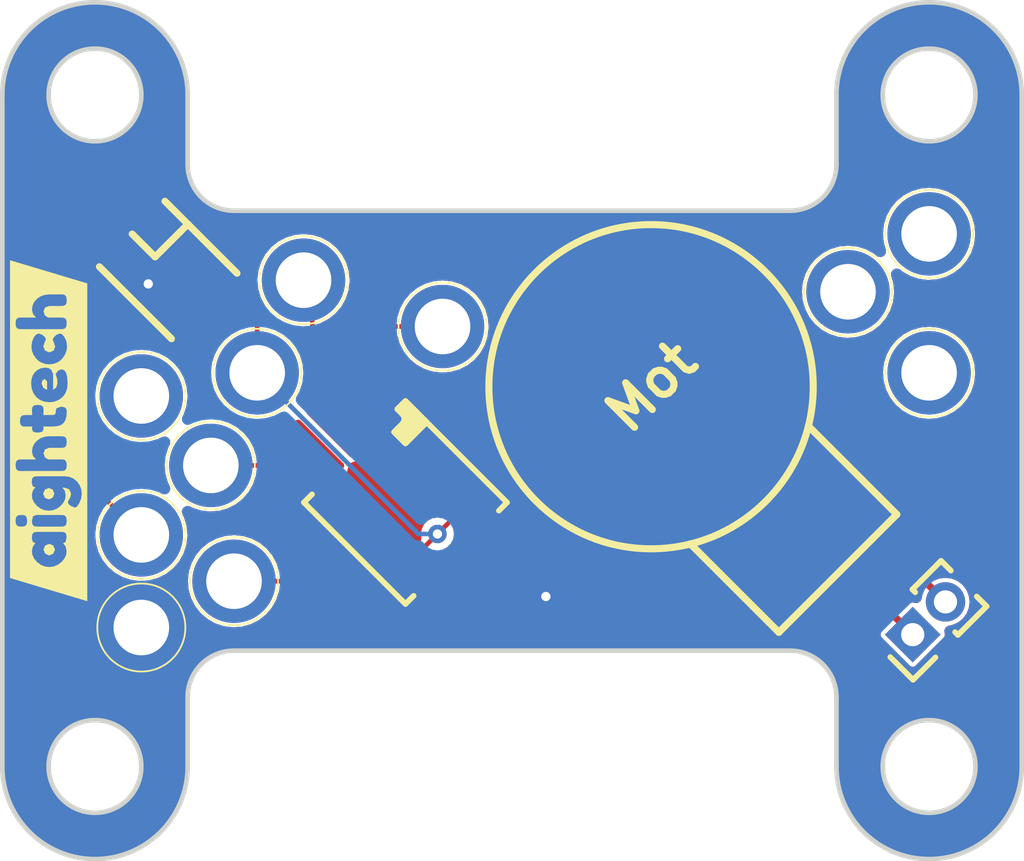
<source format=kicad_pcb>
(kicad_pcb (version 20211014) (generator pcbnew)
  (layers (0 "F.Cu" signal "Front") (31 "B.Cu" signal "Back") (34 "B.Paste" user) (35 "F.Paste" user) (36 "B.SilkS" user "B.Silkscreen") (37 "F.SilkS" user "F.Silkscreen") (38 "B.Mask" user) (39 "F.Mask" user) (44 "Edge.Cuts" user))
  (net 0 "")
  (net 1 "GND")
  (net 2 "OUT2")
  (net 3 "RESETB")
  (net 4 "+3.3V")
  (net 5 "OUT3")
  (net 6 "OUT1")
  (net 7 "I2C_SCL")
  (net 8 "I2C_SDA")
  (net 9 "AUX2")
  (net 10 "AUX1")
  (net 11 "+5VA")
  (net 12 "MOT-")
  (net 13 "MOT+")
  (net 14 "/reg")
  (footprint "00_Custom:WS2812-2020" (layer "F.Cu") (at 143.58 92.28 135)
    (fp_text reference "U2" hide)
    (fp_text value "WS2812-2020" hide)
    (fp_line (start -1.1 -1) (end 1.1 -1) (layer "F.SilkS") (width 0.15))
    (fp_line (start 0.4 0) (end 1.1 0) (layer "F.SilkS") (width 0.15))
    (fp_line (start 0.4 1) (end 0.4 0) (layer "F.SilkS") (width 0.15))
    (fp_line (start -1.1 1) (end 1.1 1) (layer "F.SilkS") (width 0.15))
    (pad "1" smd rect (at 0.915 0.55 135) (size 0.7 0.7) (layers "F.Cu" "F.Paste" "F.Mask"))
    (pad "2" smd rect (at 0.915 -0.55 135) (size 0.7 0.7) (layers "F.Cu" "F.Paste" "F.Mask") (net 1 "GND"))
    (pad "3" smd rect (at -0.915 -0.55 135) (size 0.7 0.7) (layers "F.Cu" "F.Paste" "F.Mask") (net 2 "OUT2"))
    (pad "4" smd rect (at -0.915 0.55 135) (size 0.7 0.7) (layers "F.Cu" "F.Paste" "F.Mask") (net 4 "+3.3V"))
  )
  (footprint "00_Custom:Pin_D1.2mm_pogo" (layer "F.Cu") (at 146.5 92.5)
    (fp_text reference "J32" hide)
    (fp_text value "Conn_01x01_Female" hide)
    (pad "1" thru_hole circle (at 0 0) (size 1.8 1.8) (drill 1.2) (layers *.Cu *.Mask) (net 8 "I2C_SDA"))
  )
  (footprint "00_Custom:Pin_D1.2mm_pogo" (layer "F.Cu") (at 144.5 96.5)
    (fp_text reference "J22" hide)
    (fp_text value "Conn_01x01_Female" hide)
    (pad "1" thru_hole circle (at 0 0) (size 1.8 1.8) (drill 1.2) (layers *.Cu *.Mask) (net 5 "OUT3"))
  )
  (footprint "00_Custom:Pin_D1.2mm_pogo" (layer "F.Cu") (at 160 91.5)
    (fp_text reference "J43" hide)
    (fp_text value "Conn_01x01_Female" hide)
    (pad "1" thru_hole circle (at 0 0) (size 1.8 1.8) (drill 1.2) (layers *.Cu *.Mask) (net 11 "+5VA"))
  )
  (footprint "00_Custom:Pin_D1.2mm_pogo" (layer "F.Cu") (at 145 99)
    (fp_text reference "J23" hide)
    (fp_text value "Conn_01x01_Female" hide)
    (pad "1" thru_hole circle (at 0 0) (size 1.8 1.8) (drill 1.2) (layers *.Cu *.Mask) (net 6 "OUT1"))
  )
  (footprint "Capacitor_SMD:C_0201_0603Metric" (layer "F.Cu") (at 149.7 95.4 -45)
    (fp_text reference "C1" hide)
    (fp_text value "1uF" hide)
    (pad "1" smd roundrect (at -0.32 0 315) (size 0.46 0.4) (layers "F.Cu" "F.Mask") (net 14 "/reg"))
    (pad "2" smd roundrect (at 0.32 0 315) (size 0.46 0.4) (layers "F.Cu" "F.Mask") (net 1 "GND"))
  )
  (footprint "00_Custom:Pin_D1.2mm_pogo" (layer "F.Cu") (at 149.5 93.5)
    (fp_text reference "J31" hide)
    (fp_text value "Conn_01x01_Female" hide)
    (pad "1" thru_hole circle (at 0 0) (size 1.8 1.8) (drill 1.2) (layers *.Cu *.Mask) (net 7 "I2C_SCL"))
  )
  (footprint "00_Custom:Pin_D1.2mm_pogo" (layer "F.Cu") (at 143 98)
    (fp_text reference "J12" hide)
    (fp_text value "Conn_01x01_Female" hide)
    (pad "1" thru_hole circle (at 0 0) (size 1.8 1.8) (drill 1.2) (layers *.Cu *.Mask) (net 2 "OUT2"))
  )
  (footprint "00_Custom:DRV2605L-VSSOP" (layer "F.Cu") (at 148.7 97.3 -45)
    (fp_text reference "U1" hide)
    (fp_text value "DRV2605L" hide)
    (fp_line (start 1.55 -1.3) (end 1.55 -1.55) (layer "F.SilkS") (width 0.12))
    (fp_line (start -1.55 1.55) (end 1.55 1.55) (layer "F.SilkS") (width 0.12))
    (fp_line (start -1.55 -1.55) (end 1.55 -1.55) (layer "F.SilkS") (width 0.12))
    (fp_line (start -1.55 -1.3) (end -1.55 -1.55) (layer "F.SilkS") (width 0.12))
    (fp_line (start 1.55 1.3) (end 1.55 1.55) (layer "F.SilkS") (width 0.12))
    (fp_line (start -1.55 1.55) (end -1.55 1.3) (layer "F.SilkS") (width 0.12))
    (fp_rect (start -1.55 -1.3) (end -0.9 -1.55) (layer "F.SilkS") (width 0.12) (fill solid))
    (fp_rect (start -1.25 -0.9) (end -0.9 -1.3) (layer "F.SilkS") (width 0.12) (fill solid))
    (fp_arc (start -1.4 -1.3) (mid -1.293934 -1.256066) (end -1.25 -1.15) (layer "F.SilkS") (width 0.12))
    (pad "1" smd roundrect (at -2.2 -1 315) (size 1.45 0.3) (layers "F.Cu" "F.Paste" "F.Mask") (net 14 "/reg"))
    (pad "2" smd roundrect (at -2.2 -0.5 315) (size 1.45 0.3) (layers "F.Cu" "F.Paste" "F.Mask") (net 7 "I2C_SCL"))
    (pad "3" smd roundrect (at -2.2 0 315) (size 1.45 0.3) (layers "F.Cu" "F.Paste" "F.Mask") (net 8 "I2C_SDA"))
    (pad "4" smd roundrect (at -2.2 0.5 315) (size 1.45 0.3) (layers "F.Cu" "F.Paste" "F.Mask") (net 6 "OUT1"))
    (pad "5" smd roundrect (at -2.2 1 315) (size 1.45 0.3) (layers "F.Cu" "F.Paste" "F.Mask") (net 5 "OUT3"))
    (pad "6" smd roundrect (at 2.2 1 315) (size 1.45 0.3) (layers "F.Cu" "F.Paste" "F.Mask") (net 4 "+3.3V"))
    (pad "7" smd roundrect (at 2.2 0.5 315) (size 1.45 0.3) (layers "F.Cu" "F.Paste" "F.Mask") (net 13 "MOT+"))
    (pad "8" smd roundrect (at 2.2 0 315) (size 1.45 0.3) (layers "F.Cu" "F.Paste" "F.Mask") (net 1 "GND"))
    (pad "9" smd roundrect (at 2.2 -0.5 315) (size 1.45 0.3) (layers "F.Cu" "F.Paste" "F.Mask") (net 12 "MOT-"))
    (pad "10" smd roundrect (at 2.2 -1 315) (size 1.45 0.3) (layers "F.Cu" "F.Paste" "F.Mask") (net 4 "+3.3V"))
  )
  (footprint "00_Custom:Pin_D1.2mm_pogo" (layer "F.Cu") (at 158.25 92.75)
    (fp_text reference "J42" hide)
    (fp_text value "Conn_01x01_Female" hide)
    (pad "1" thru_hole circle (at 0 0) (size 1.8 1.8) (drill 1.2) (layers *.Cu *.Mask) (net 10 "AUX1"))
  )
  (footprint "00_Custom:Pin_D1.2mm_pogo" (layer "F.Cu") (at 143 95)
    (fp_text reference "J13" hide)
    (fp_text value "Conn_01x01_Female" hide)
    (pad "1" thru_hole circle (at 0 0) (size 1.8 1.8) (drill 1.2) (layers *.Cu *.Mask) (net 3 "RESETB"))
  )
  (footprint "kibuzzard-63F61033" (layer "F.Cu") (at 141 95.75 90)
    (fp_text reference "kibuzzard-63F61033" hide)
    (fp_text value "G***" hide)
    (fp_poly (pts (xy -1.483042 0.003572) (xy -1.446609 0.087154) (xy -1.358027 0.124301) (xy -1.271587 0.086439) (xy -1.237297 0.003572) (xy -1.270159 -0.080724) (xy -1.358741 -0.120015) (xy -1.448752 -0.081439) (xy -1.483042 0.003572)) (layer "F.SilkS") (width 0) (fill solid))
    (fp_poly (pts (xy 1.060132 -0.03429) (xy 1.114425 -0.08001) (xy 1.089422 -0.132874) (xy 1.017984 -0.152876) (xy 0.92583 -0.115014) (xy 0.88011 -0.03429) (xy 1.060132 -0.03429)) (layer "F.SilkS") (width 0) (fill solid))
    (fp_poly (pts (xy -2.693194 0.014287) (xy -2.656046 0.099298) (xy -2.566035 0.13716) (xy -2.478167 0.098584) (xy -2.443162 0.013573) (xy -2.476738 -0.072866) (xy -2.566749 -0.112871) (xy -2.658189 -0.072866) (xy -2.693194 0.014287)) (layer "F.SilkS") (width 0) (fill solid))
    (fp_poly (pts (xy -2.943225 -0.833438) (xy -3.18135 -0.833438) (xy -3.681412 0.833438) (xy -3.18135 0.833438) (xy -2.943225 0.833438) (xy -2.296716 0.833438) (xy -2.296716 0.387191) (xy -2.401014 0.367903) (xy -2.431732 0.311467) (xy -2.502277 0.36826) (xy -2.608183 0.387191) (xy -2.68859 0.37465) (xy -2.765028 0.337026) (xy -2.837497 0.27432) (xy -2.896235 0.195024) (xy -2.931477 0.107632) (xy -2.943225 0.012144) (xy -2.931398 -0.083264) (xy -2.895917 -0.170418) (xy -2.836783 -0.249317) (xy -2.76352 -0.311626) (xy -2.685653 -0.349012) (xy -2.603182 -0.361474) (xy -2.5146 -0.344329) (xy -2.458879 -0.312182) (xy -2.433161 -0.282893) (xy -2.400657 -0.3429) (xy -2.32029 -0.362903) (xy -2.237422 -0.35433) (xy -2.199561 -0.324326) (xy -2.186702 -0.286464) (xy -2.184559 -0.237173) (xy -2.184559 0.26289) (xy -2.186702 0.312182) (xy -2.198846 0.350044) (xy -2.233315 0.377904) (xy -2.296716 0.387191) (xy -2.296716 0.833438) (xy -1.945957 0.833438) (xy -1.945957 0.390049) (xy -2.018467 0.380405) (xy -2.055971 0.351473) (xy -2.068116 0.314325) (xy -2.070259 0.264319) (xy -2.070259 -0.237173) (xy -2.068116 -0.286464) (xy -2.055971 -0.324326) (xy -2.018109 -0.352187) (xy -1.945243 -0.361384) (xy -1.945243 -0.464344) (xy -2.017395 -0.472916) (xy -2.055257 -0.50292) (xy -2.068116 -0.540782) (xy -2.070259 -0.590074) (xy -2.068116 -0.639366) (xy -2.055971 -0.675799) (xy -2.018109 -0.704731) (xy -1.944529 -0.714375) (xy -1.872377 -0.704731) (xy -1.835944 -0.675799) (xy -1.822371 -0.637937) (xy -1.820227 -0.588645) (xy -1.822371 -0.539353) (xy -1.835229 -0.502206) (xy -1.873091 -0.472916) (xy -1.945243 -0.464344) (xy -1.945243 -0.361384) (xy -1.944529 -0.361474) (xy -1.847374 -0.337185) (xy -1.821656 -0.275749) (xy -1.820227 -0.234315) (xy -1.820227 0.265747) (xy -1.822371 0.315039) (xy -1.835944 0.352901) (xy -1.872734 0.380762) (xy -1.945957 0.390049) (xy -1.945957 0.833438) (xy -1.355884 0.833438) (xy -1.355884 0.714375) (xy -1.461968 0.701159) (xy -1.563052 0.661511) (xy -1.63699 0.611148) (xy -1.661636 0.565785) (xy -1.618774 0.467201) (xy -1.576626 0.425768) (xy -1.541621 0.414338) (xy -1.500187 0.431483) (xy -1.42875 0.47113) (xy -1.351597 0.484346) (xy -1.263015 0.441484) (xy -1.228725 0.338614) (xy -1.228725 0.295751) (xy -1.299091 0.349329) (xy -1.401604 0.367189) (xy -1.478994 0.355044) (xy -1.553051 0.318611) (xy -1.623774 0.257889) (xy -1.681321 0.180975) (xy -1.715849 0.095964) (xy -1.727359 0.002857) (xy -1.71577 -0.090329) (xy -1.681004 -0.175578) (xy -1.62306 -0.252889) (xy -1.551305 -0.314008) (xy -1.475105 -0.350679) (xy -1.39446 -0.362903) (xy -1.305877 -0.345043) (xy -1.250871 -0.312182) (xy -1.227296 -0.284321) (xy -1.198007 -0.345043) (xy -1.117282 -0.36576) (xy -1.035844 -0.357188) (xy -0.999411 -0.327898) (xy -0.986552 -0.291465) (xy -0.984409 -0.242888) (xy -0.984409 0.348615) (xy -0.997109 0.451088) (xy -1.035209 0.539433) (xy -1.098709 0.613648) (xy -1.178084 0.669608) (xy -1.263809 0.703183) (xy -1.355884 0.714375) (xy -1.355884 0.833438) (xy -0.245745 0.833438) (xy -0.245745 0.390049) (xy -0.316468 0.380762) (xy -0.35433 0.352901) (xy -0.367903 0.314325) (xy -0.370046 0.26289) (xy -0.370046 0.012859) (xy -0.402907 -0.078581) (xy -0.486489 -0.111443) (xy -0.575786 -0.080724) (xy -0.620077 -0.01143) (xy -0.620077 0.265747) (xy -0.622221 0.315039) (xy -0.635794 0.352901) (xy -0.672584 0.380762) (xy -0.745807 0.390049) (xy -0.818317 0.380405) (xy -0.855821 0.351473) (xy -0.867966 0.314325) (xy -0.870109 0.264319) (xy -0.870109 -0.590074) (xy -0.867966 -0.639366) (xy -0.855821 -0.675799) (xy -0.817959 -0.704731) (xy -0.744379 -0.714375) (xy -0.672227 -0.704731) (xy -0.635794 -0.675799) (xy -0.622221 -0.637937) (xy -0.620077 -0.588645) (xy -0.620077 -0.272891) (xy -0.542568 -0.338257) (xy -0.452914 -0.360045) (xy -0.362982 -0.34798) (xy -0.283686 -0.311785) (xy -0.215027 -0.25146) (xy -0.162242 -0.173673) (xy -0.130572 -0.08509) (xy -0.120015 0.014287) (xy -0.120015 0.265747) (xy -0.122158 0.315039) (xy -0.135731 0.352901) (xy -0.172522 0.380762) (xy -0.245745 0.390049) (xy -0.245745 0.833438) (xy 0.392906 0.833438) (xy 0.392906 0.390049) (xy 0.301784 0.382587) (xy 0.226536 0.360204) (xy 0.167164 0.322897) (xy 0.124301 0.267811) (xy 0.098584 0.192088) (xy 0.090011 0.095726) (xy 0.090011 -0.115729) (xy 0.031433 -0.111443) (xy -0.020717 -0.135731) (xy -0.041434 -0.218599) (xy -0.03429 -0.303609) (xy -0.014287 -0.341471) (xy 0.042863 -0.360045) (xy 0.090011 -0.35433) (xy 0.090011 -0.501491) (xy 0.092154 -0.550069) (xy 0.105728 -0.584359) (xy 0.142518 -0.611148) (xy 0.215741 -0.620078) (xy 0.293251 -0.606862) (xy 0.33147 -0.567214) (xy 0.338614 -0.494348) (xy 0.338614 -0.35433) (xy 0.433626 -0.360045) (xy 0.482203 -0.357902) (xy 0.520065 -0.344329) (xy 0.547926 -0.307538) (xy 0.557213 -0.234315) (xy 0.547568 -0.161806) (xy 0.518636 -0.124301) (xy 0.480774 -0.112157) (xy 0.431483 -0.110014) (xy 0.338614 -0.115729) (xy 0.338614 0.081439) (xy 0.350758 0.13716) (xy 0.396478 0.154305) (xy 0.447913 0.156448) (xy 0.485775 0.170021) (xy 0.518636 0.265747) (xy 0.508635 0.338257) (xy 0.478631 0.375761) (xy 0.440769 0.387906) (xy 0.392906 0.390049) (xy 0.392906 0.833438) (xy 1.020127 0.833438) (xy 1.020127 0.408623) (xy 0.920294 0.399514) (xy 0.832247 0.372189) (xy 0.759202 0.329863) (xy 0.704374 0.275749) (xy 0.654368 0.19558) (xy 0.624364 0.109379) (xy 0.614363 0.017145) (xy 0.627301 -0.094853) (xy 0.666115 -0.190818) (xy 0.730806 -0.270748) (xy 0.814864 -0.330676) (xy 0.911781 -0.366633) (xy 1.021556 -0.378619) (xy 1.114246 -0.369868) (xy 1.193721 -0.343614) (xy 1.259979 -0.299859) (xy 1.313021 -0.238601) (xy 1.349454 -0.160913) (xy 1.361599 -0.076438) (xy 1.350705 0) (xy 1.318022 0.053578) (xy 1.221581 0.095726) (xy 0.882967 0.095726) (xy 0.930116 0.162878) (xy 1.024414 0.190024) (xy 1.098352 0.185738) (xy 1.15443 0.172879) (xy 1.170146 0.167164) (xy 1.227296 0.151448) (xy 1.305878 0.215741) (xy 1.324451 0.281464) (xy 1.305431 0.337096) (xy 1.24837 0.376833) (xy 1.153269 0.400675) (xy 1.020127 0.408623) (xy 1.020127 0.833438) (xy 1.821656 0.833438) (xy 1.821656 0.397193) (xy 1.734185 0.386556) (xy 1.648936 0.354648) (xy 1.56591 0.301466) (xy 1.512689 0.248067) (xy 1.470184 0.179308) (xy 1.442323 0.098941) (xy 1.433036 0.010716) (xy 1.442323 -0.077152) (xy 1.470184 -0.156448) (xy 1.512689 -0.224135) (xy 1.56591 -0.277178) (xy 1.646714 -0.329565) (xy 1.73101 -0.360998) (xy 1.818799 -0.371475) (xy 1.924526 -0.356473) (xy 2.00025 -0.327184) (xy 2.02311 -0.312896) (xy 2.063115 -0.28575) (xy 2.100263 -0.220742) (xy 2.070259 -0.138589) (xy 2.019895 -0.079653) (xy 1.971675 -0.060008) (xy 1.894523 -0.09144) (xy 1.820942 -0.115729) (xy 1.731645 -0.081439) (xy 1.690211 0.013573) (xy 1.730216 0.107871) (xy 1.815227 0.141446) (xy 1.899523 0.115014) (xy 1.963103 0.088582) (xy 2.010608 0.107513) (xy 2.067401 0.164306) (xy 2.100263 0.238601) (xy 2.080617 0.291108) (xy 2.021681 0.340042) (xy 1.930956 0.382905) (xy 1.821656 0.397193) (xy 1.821656 0.833438) (xy 2.817495 0.833438) (xy 2.817495 0.390049) (xy 2.746772 0.380762) (xy 2.70891 0.352901) (xy 2.695337 0.314325) (xy 2.693194 0.26289) (xy 2.693194 0.012859) (xy 2.660332 -0.078581) (xy 2.576751 -0.111443) (xy 2.487454 -0.080724) (xy 2.443162 -0.01143) (xy 2.443162 0.265747) (xy 2.441019 0.315039) (xy 2.427446 0.352901) (xy 2.390656 0.380762) (xy 2.317433 0.390049) (xy 2.244923 0.380405) (xy 2.207419 0.351473) (xy 2.195274 0.314325) (xy 2.193131 0.264319) (xy 2.193131 -0.590074) (xy 2.195274 -0.639366) (xy 2.207419 -0.675799) (xy 2.245281 -0.704731) (xy 2.318861 -0.714375) (xy 2.391013 -0.704731) (xy 2.427446 -0.675799) (xy 2.441019 -0.637937) (xy 2.443162 -0.588645) (xy 2.443162 -0.272891) (xy 2.520672 -0.338257) (xy 2.610326 -0.360045) (xy 2.700258 -0.34798) (xy 2.779554 -0.311785) (xy 2.848213 -0.25146) (xy 2.900998 -0.173673) (xy 2.932668 -0.08509) (xy 2.943225 0.014287) (xy 2.943225 0.265747) (xy 2.941082 0.315039) (xy 2.927509 0.352901) (xy 2.890718 0.380762) (xy 2.817495 0.390049) (xy 2.817495 0.833438) (xy 2.943225 0.833438) (xy 3.18135 0.833438) (xy 3.681413 -0.833438) (xy 3.18135 -0.833438) (xy 2.943225 -0.833438) (xy -2.943225 -0.833438)) (layer "F.SilkS") (width 0) (fill solid))
  )
  (footprint "00_Custom:Pin_D1.2mm_pogo" (layer "F.Cu") (at 160 94.5)
    (fp_text reference "J41" hide)
    (fp_text value "Conn_01x01_Female" hide)
    (pad "1" thru_hole circle (at 0 0) (size 1.8 1.8) (drill 1.2) (layers *.Cu *.Mask) (net 9 "AUX2"))
  )
  (footprint "00_Custom:Pin_D1.2mm_pogo" (layer "F.Cu") (at 145.5 94.5)
    (fp_text reference "J21" hide)
    (fp_text value "Conn_01x01_Female" hide)
    (pad "1" thru_hole circle (at 0 0) (size 1.8 1.8) (drill 1.2) (layers *.Cu *.Mask) (net 4 "+3.3V"))
  )
  (footprint "00_Custom:Pin_D1.2mm_pogo" (layer "F.Cu") (at 143 100)
    (fp_text reference "J11" hide)
    (fp_text value "Conn_01x01_Female" hide)
    (pad "1" thru_hole circle (at 0 0) (size 1.8 1.8) (drill 1.2) (layers *.Cu *.Mask) (net 1 "GND"))
  )
  (footprint "00_Custom:LRA0832BE03L15" (layer "F.Cu") (at 154 94.8 45)
    (fp_text reference "M1" hide)
    (fp_text value "LRA" hide)
    (fp_text user "Mot\n" (at 0 0 45) (layer "F.SilkS") (effects (font (size 0.8128 0.8128) (thickness 0.1524))))
    (fp_line (start -1.800001 5.7) (end 1.8 5.7) (layer "F.SilkS") (width 0.1524))
    (fp_line (start -1.800001 5.7) (end -1.800001 3) (layer "F.SilkS") (width 0.1524))
    (fp_line (start 1.8 5.7) (end 1.8 3) (layer "F.SilkS") (width 0.1524))
    (fp_circle (center 0 0) (end 3.5 0) (layer "F.SilkS") (width 0.1524) (fill none))
  )
  (footprint "Connector_PinHeader_1.00mm:PinHeader_1x02_P1.00mm_Vertical" (layer "F.Cu") (at 159.646447 100.153553 135)
    (fp_text reference "J0" hide)
    (fp_text value "Conn_01x02_Male" hide)
    (fp_line (start 0.695 0.685) (end 0.695 1.56) (layer "F.SilkS") (width 0.12))
    (fp_line (start -0.695 0.685) (end -0.608276 0.685) (layer "F.SilkS") (width 0.12))
    (fp_line (start 0.608276 0.685) (end 0.695 0.685) (layer "F.SilkS") (width 0.12))
    (fp_line (start -0.695 0.685) (end -0.695 1.56) (layer "F.SilkS") (width 0.12))
    (fp_line (start -0.695 0) (end -0.695 -0.685) (layer "F.SilkS") (width 0.12))
    (fp_line (start -0.695 1.56) (end -0.394493 1.56) (layer "F.SilkS") (width 0.12))
    (fp_line (start -0.695 -0.685) (end 0 -0.685) (layer "F.SilkS") (width 0.12))
    (fp_line (start 0.394493 1.56) (end 0.695 1.56) (layer "F.SilkS") (width 0.12))
    (pad "1" thru_hole rect (at 0 0 135) (size 0.85 0.85) (drill 0.5) (layers *.Cu *.Mask) (net 13 "MOT+"))
    (pad "2" thru_hole oval (at 0 1 135) (size 0.85 0.85) (drill 0.5) (layers *.Cu *.Mask) (net 12 "MOT-"))
  )
  (gr_circle (center 144.5 96.499999) (end 145.45 96.499999) (layer "F.SilkS") (width 0.0381) (fill none))
  (gr_circle (center 149.5 93.5) (end 150.45 93.5) (layer "F.SilkS") (width 0.0381) (fill none))
  (gr_circle (center 160 94.5) (end 160.95 94.5) (layer "F.SilkS") (width 0.0381) (fill none))
  (gr_circle (center 143 98) (end 143.95 98) (layer "F.SilkS") (width 0.0381) (fill none))
  (gr_circle (center 158.25 92.75) (end 159.2 92.75) (layer "F.SilkS") (width 0.0381) (fill none))
  (gr_circle (center 143.000001 95) (end 143.950001 95) (layer "F.SilkS") (width 0.0381) (fill none))
  (gr_circle (center 146.5 92.5) (end 147.45 92.5) (layer "F.SilkS") (width 0.0381) (fill none))
  (gr_circle (center 143 100) (end 143.95 100) (layer "F.SilkS") (width 0.0381) (fill none))
  (gr_circle (center 160 91.5) (end 160.95 91.5) (layer "F.SilkS") (width 0.0381) (fill none))
  (gr_circle (center 145 99) (end 145.95 99) (layer "F.SilkS") (width 0.0381) (fill none))
  (gr_circle (center 145.5 94.5) (end 146.45 94.5) (layer "F.SilkS") (width 0.0381) (fill none))
  (gr_arc (start 158 90) (mid 157.707107 90.707107) (end 157 91) (layer "Edge.Cuts") (width 0.1))
  (gr_arc (start 144 103) (mid 143.414213 104.414213) (end 142 105) (layer "Edge.Cuts") (width 0.1))
  (gr_circle (center 141.999999 103.000001) (end 142.999999 103.000001) (layer "Edge.Cuts") (width 0.1) (fill none))
  (gr_arc (start 160 105) (mid 158.585787 104.414213) (end 158 103) (layer "Edge.Cuts") (width 0.1))
  (gr_line (start 144 101.5) (end 144.000001 103.000001) (layer "Edge.Cuts") (width 0.1))
  (gr_line (start 161.999999 88.499999) (end 162 103) (layer "Edge.Cuts") (width 0.1))
  (gr_arc (start 144 101.5) (mid 144.292893 100.792893) (end 145 100.5) (layer "Edge.Cuts") (width 0.1))
  (gr_arc (start 157.999999 88.499999) (mid 158.585786 87.085786) (end 159.999999 86.499999) (layer "Edge.Cuts") (width 0.1))
  (gr_line (start 158 103) (end 158 101.5) (layer "Edge.Cuts") (width 0.1))
  (gr_line (start 139.999999 88.499999) (end 140 103) (layer "Edge.Cuts") (width 0.1))
  (gr_circle (center 141.999999 88.499999) (end 142.999999 88.499999) (layer "Edge.Cuts") (width 0.1) (fill none))
  (gr_line (start 145 91) (end 157 91) (layer "Edge.Cuts") (width 0.1))
  (gr_circle (center 160.000001 103.000001) (end 161.000001 103.000001) (layer "Edge.Cuts") (width 0.1) (fill none))
  (gr_arc (start 162 103) (mid 161.414214 104.414214) (end 160 105) (layer "Edge.Cuts") (width 0.1))
  (gr_arc (start 142 105) (mid 140.585786 104.414214) (end 140 103) (layer "Edge.Cuts") (width 0.1))
  (gr_arc (start 139.999999 88.499999) (mid 140.585786 87.085786) (end 141.999999 86.499999) (layer "Edge.Cuts") (width 0.1))
  (gr_arc (start 157 100.5) (mid 157.707107 100.792893) (end 158 101.5) (layer "Edge.Cuts") (width 0.1))
  (gr_line (start 144 88.5) (end 144 90) (layer "Edge.Cuts") (width 0.1))
  (gr_circle (center 160.000002 88.499996) (end 161.000002 88.499996) (layer "Edge.Cuts") (width 0.1) (fill none))
  (gr_arc (start 145 91) (mid 144.292893 90.707107) (end 144 90) (layer "Edge.Cuts") (width 0.1))
  (gr_arc (start 142 86.5) (mid 143.414213 87.085787) (end 144 88.5) (layer "Edge.Cuts") (width 0.1))
  (gr_line (start 158 90) (end 157.999999 88.499999) (layer "Edge.Cuts") (width 0.1))
  (gr_arc (start 159.999999 86.499999) (mid 161.414213 87.085785) (end 161.999999 88.499999) (layer "Edge.Cuts") (width 0.1))
  (gr_line (start 157 100.5) (end 145 100.5) (layer "Edge.Cuts") (width 0.1))
  (segment (start 142.544089 92.021906) (end 142.591906 92.021906) (width 0.1) (layer "F.Cu") (net 1))
  (segment (start 142.591906 92.021906) (end 143.15 92.58) (width 0.1) (layer "F.Cu") (net 1))
  (segment (start 150.73 99.33) (end 150.255635 98.855635) (width 0.1) (layer "F.Cu") (net 1))
  (segment (start 151.73 99.33) (end 150.73 99.33) (width 0.1) (layer "F.Cu") (net 1))
  (via (at 151.73 99.33) (size 0.4) (drill 0.2) (layers "F.Cu" "B.Cu") (net 1))
  (via (at 143.15 92.58) (size 0.4) (drill 0.2) (layers "F.Cu" "B.Cu") (net 1))
  (segment (start 141.67 96.67) (end 143 98) (width 0.1) (layer "F.Cu") (net 2))
  (segment (start 143.838094 93.315911) (end 142.604089 93.315911) (width 0.1) (layer "F.Cu") (net 2))
  (segment (start 141.67 94.25) (end 141.67 96.67) (width 0.1) (layer "F.Cu") (net 2))
  (segment (start 142.604089 93.315911) (end 141.67 94.25) (width 0.1) (layer "F.Cu") (net 2))
  (segment (start 144.615911 92.538094) (end 145.417817 93.34) (width 0.1) (layer "F.Cu") (net 4))
  (segment (start 149.71 97.66) (end 150.474214 97.66) (width 0.1) (layer "F.Cu") (net 4))
  (segment (start 149.05 98.32) (end 149.71 97.66) (width 0.1) (layer "F.Cu") (net 4))
  (segment (start 145.42 93.34) (end 145.5 93.42) (width 0.1) (layer "F.Cu") (net 4))
  (segment (start 145.417817 93.34) (end 145.42 93.34) (width 0.1) (layer "F.Cu") (net 4))
  (segment (start 149.548528 99.562742) (end 149.05 99.064214) (width 0.1) (layer "F.Cu") (net 4))
  (segment (start 149.05 99.064214) (end 149.05 98.32) (width 0.1) (layer "F.Cu") (net 4))
  (segment (start 145.5 93.42) (end 145.5 94.5) (width 0.1) (layer "F.Cu") (net 4))
  (segment (start 150.474214 97.66) (end 150.962742 98.148528) (width 0.1) (layer "F.Cu") (net 4))
  (via (at 149.39 97.98) (size 0.4) (drill 0.2) (layers "F.Cu" "B.Cu") (net 4))
  (segment (start 148.98 97.98) (end 149.39 97.98) (width 0.1) (layer "B.Cu") (net 4))
  (segment (start 145.5 94.5) (end 148.98 97.98) (width 0.1) (layer "B.Cu") (net 4))
  (segment (start 146.38873 96.5) (end 146.437258 96.451472) (width 0.1) (layer "F.Cu") (net 5))
  (segment (start 144.5 96.5) (end 146.38873 96.5) (width 0.1) (layer "F.Cu") (net 5))
  (segment (start 145 99) (end 146.6 99) (width 0.1) (layer "F.Cu") (net 6))
  (segment (start 147.3 98.3) (end 147.3 96.607106) (width 0.1) (layer "F.Cu") (net 6))
  (segment (start 147.3 96.607106) (end 146.790812 96.097918) (width 0.1) (layer "F.Cu") (net 6))
  (segment (start 146.6 99) (end 147.3 98.3) (width 0.1) (layer "F.Cu") (net 6))
  (segment (start 147.497918 95.390812) (end 147.02 94.912894) (width 0.1) (layer "F.Cu") (net 7))
  (segment (start 147.02 94.36) (end 147.88 93.5) (width 0.1) (layer "F.Cu") (net 7))
  (segment (start 147.88 93.5) (end 149.5 93.5) (width 0.1) (layer "F.Cu") (net 7))
  (segment (start 147.02 94.912894) (end 147.02 94.36) (width 0.1) (layer "F.Cu") (net 7))
  (segment (start 146.69 92.69) (end 146.5 92.5) (width 0.1) (layer "F.Cu") (net 8))
  (segment (start 147.144365 95.744365) (end 146.69 95.29) (width 0.1) (layer "F.Cu") (net 8))
  (segment (start 146.69 95.29) (end 146.69 92.69) (width 0.1) (layer "F.Cu") (net 8))
  (segment (start 150.609188 98.502082) (end 151.009486 98.90238) (width 0.1524) (layer "F.Cu") (net 12))
  (segment (start 159.809488 98.90238) (end 160.353554 99.446446) (width 0.1524) (layer "F.Cu") (net 12))
  (segment (start 151.009486 98.90238) (end 159.809488 98.90238) (width 0.1524) (layer "F.Cu") (net 12))
  (segment (start 149.902082 99.209188) (end 150.452894 99.76) (width 0.1524) (layer "F.Cu") (net 13))
  (segment (start 159.252894 99.76) (end 159.646447 100.153553) (width 0.1524) (layer "F.Cu") (net 13))
  (segment (start 150.452894 99.76) (end 159.252894 99.76) (width 0.1524) (layer "F.Cu") (net 13))
  (segment (start 147.851472 95.037258) (end 149.337258 95.037258) (width 0.1) (layer "F.Cu") (net 14))
  (segment (start 149.337258 95.037258) (end 149.473726 95.173726) (width 0.1) (layer "F.Cu") (net 14))
  (zone (net 1) (net_name "GND") (layers F&B.Cu) (connect_pads yes (clearance 0)) (min_thickness 0.254) (fill yes (thermal_gap 0.508) (thermal_bridge_width 0.508) (smoothing fillet) (radius 1))
    (polygon (pts (xy 162 105) (xy 140 105) (xy 140 86.5) (xy 162 86.5)))
  )
)
</source>
